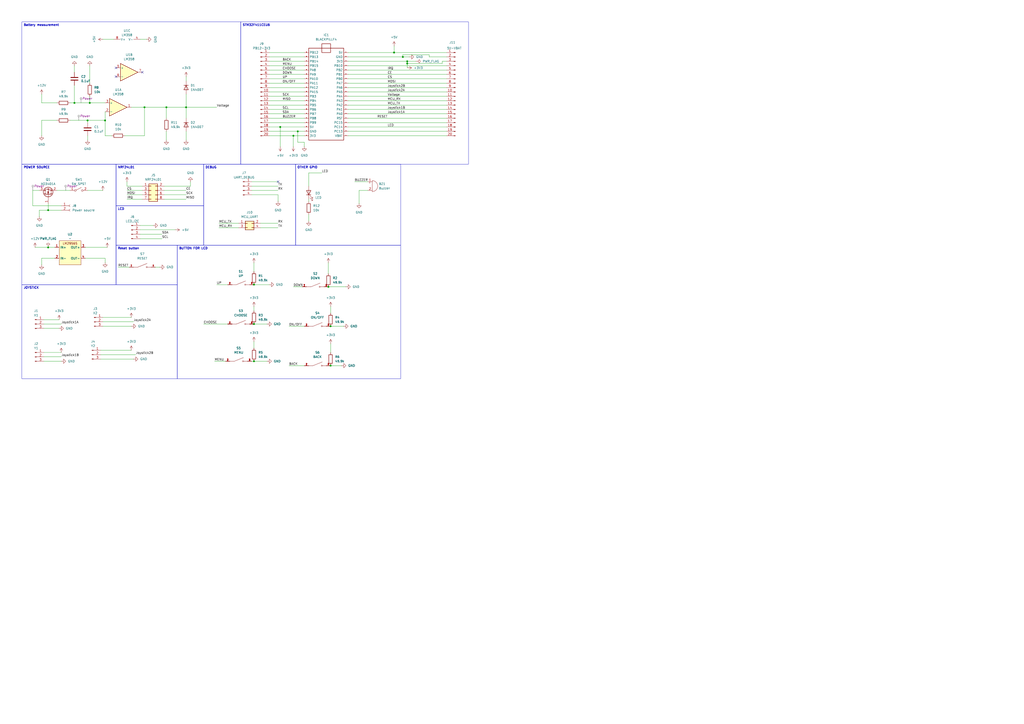
<source format=kicad_sch>
(kicad_sch (version 20231120) (generator "eeschema") (generator_version "8.0")
  (paper "A2")
  (junction (at 162.56 73.66))
  (junction (at 43.18 59.69))
  (junction (at 147.32 187.96))
  (junction (at 191.77 189.23))
  (junction (at 60.96 69.85))
  (junction (at 52.07 59.69))
  (junction (at 83.82 62.23))
  (junction (at 107.95 62.23))
  (junction (at 27.94 121.92))
  (junction (at 50.8 69.85))
  (junction (at 96.52 62.23))
  (junction (at 172.72 76.2))
  (junction (at 190.5 166.37))
  (junction (at 170.18 78.74))
  (junction (at 233.68 33.02))
  (junction (at 236.22 36.83))
  (junction (at 228.6 30.48))
  (junction (at 236.22 35.56))
  (junction (at 191.77 212.09))
  (junction (at 147.32 165.1))
  (junction (at 27.94 143.51))
  (junction (at 147.32 209.55))
  (no_connect (at 67.31 39.37))
  (no_connect (at 67.31 44.45))
  (no_connect (at 161.29 105.41))
  (no_connect (at 82.55 41.91))
  (wire (pts (xy 156.21 30.48) (xy 176.53 30.48)))
  (wire (pts (xy 201.93 71.12) (xy 259.08 71.12)))
  (wire (pts (xy 256.54 35.56) (xy 256.54 36.83)))
  (wire (pts (xy 146.05 110.49) (xy 161.29 110.49)))
  (wire (pts (xy 201.93 30.48) (xy 228.6 30.48)))
  (wire (pts (xy 233.68 31.75) (xy 233.68 33.02)))
  (wire (pts (xy 162.56 73.66) (xy 162.56 85.09)))
  (wire (pts (xy 27.94 143.51) (xy 31.75 143.51)))
  (wire (pts (xy 156.21 35.56) (xy 176.53 35.56)))
  (wire (pts (xy 25.4 185.42) (xy 34.29 185.42)))
  (wire (pts (xy 19.05 110.49) (xy 22.86 110.49)))
  (wire (pts (xy 127 129.54) (xy 138.43 129.54)))
  (wire (pts (xy 147.32 209.55) (xy 154.94 209.55)))
  (wire (pts (xy 25.4 207.01) (xy 35.56 207.01)))
  (wire (pts (xy 228.6 26.67) (xy 228.6 30.48)))
  (wire (pts (xy 33.02 110.49) (xy 40.64 110.49)))
  (wire (pts (xy 191.77 212.09) (xy 198.12 212.09)))
  (wire (pts (xy 201.93 76.2) (xy 259.08 76.2)))
  (wire (pts (xy 59.69 186.69) (xy 77.47 186.69)))
  (wire (pts (xy 201.93 33.02) (xy 233.68 33.02)))
  (wire (pts (xy 156.21 165.1) (xy 147.32 165.1)))
  (wire (pts (xy 25.4 190.5) (xy 34.29 190.5)))
  (wire (pts (xy 191.77 189.23) (xy 199.39 189.23)))
  (wire (pts (xy 208.28 110.49) (xy 208.28 118.11)))
  (wire (pts (xy 156.21 43.18) (xy 176.53 43.18)))
  (wire (pts (xy 156.21 33.02) (xy 176.53 33.02)))
  (wire (pts (xy 73.66 115.57) (xy 82.55 115.57)))
  (wire (pts (xy 162.56 73.66) (xy 176.53 73.66)))
  (wire (pts (xy 25.4 209.55) (xy 35.56 209.55)))
  (wire (pts (xy 52.07 38.1) (xy 52.07 48.26)))
  (wire (pts (xy 82.55 107.95) (xy 73.66 107.95)))
  (wire (pts (xy 201.93 43.18) (xy 259.08 43.18)))
  (wire (pts (xy 201.93 78.74) (xy 259.08 78.74)))
  (wire (pts (xy 236.22 39.37) (xy 236.22 36.83)))
  (wire (pts (xy 201.93 63.5) (xy 259.08 63.5)))
  (wire (pts (xy 27.94 118.11) (xy 27.94 121.92)))
  (wire (pts (xy 83.82 62.23) (xy 96.52 62.23)))
  (wire (pts (xy 24.13 149.86) (xy 24.13 153.67)))
  (wire (pts (xy 73.66 113.03) (xy 82.55 113.03)))
  (wire (pts (xy 156.21 45.72) (xy 176.53 45.72)))
  (wire (pts (xy 95.25 110.49) (xy 107.95 110.49)))
  (wire (pts (xy 233.68 33.02) (xy 237.49 33.02)))
  (wire (pts (xy 201.93 55.88) (xy 259.08 55.88)))
  (wire (pts (xy 52.07 55.88) (xy 52.07 59.69)))
  (wire (pts (xy 107.95 44.45) (xy 107.95 46.99)))
  (wire (pts (xy 201.93 66.04) (xy 259.08 66.04)))
  (wire (pts (xy 156.21 78.74) (xy 170.18 78.74)))
  (wire (pts (xy 81.28 135.89) (xy 93.98 135.89)))
  (wire (pts (xy 81.28 22.86) (xy 85.09 22.86)))
  (wire (pts (xy 156.21 68.58) (xy 176.53 68.58)))
  (wire (pts (xy 172.72 76.2) (xy 176.53 76.2)))
  (wire (pts (xy 25.4 187.96) (xy 35.56 187.96)))
  (wire (pts (xy 147.32 152.4) (xy 147.32 157.48)))
  (wire (pts (xy 107.95 62.23) (xy 125.73 62.23)))
  (wire (pts (xy 200.66 166.37) (xy 190.5 166.37)))
  (wire (pts (xy 170.18 166.37) (xy 175.26 166.37)))
  (wire (pts (xy 50.8 78.74) (xy 50.8 81.28)))
  (wire (pts (xy 151.13 129.54) (xy 161.29 129.54)))
  (wire (pts (xy 170.18 78.74) (xy 170.18 85.09)))
  (wire (pts (xy 191.77 177.8) (xy 191.77 181.61)))
  (wire (pts (xy 146.05 113.03) (xy 161.29 113.03)))
  (wire (pts (xy 167.64 189.23) (xy 176.53 189.23)))
  (wire (pts (xy 24.13 54.61) (xy 24.13 59.69)))
  (wire (pts (xy 228.6 30.48) (xy 259.08 30.48)))
  (wire (pts (xy 156.21 50.8) (xy 176.53 50.8)))
  (wire (pts (xy 95.25 115.57) (xy 107.95 115.57)))
  (wire (pts (xy 179.07 107.95) (xy 179.07 100.33)))
  (wire (pts (xy 19.05 110.49) (xy 19.05 119.38)))
  (wire (pts (xy 24.13 59.69) (xy 33.02 59.69)))
  (wire (pts (xy 156.21 63.5) (xy 176.53 63.5)))
  (wire (pts (xy 64.77 78.74) (xy 60.96 78.74)))
  (wire (pts (xy 201.93 53.34) (xy 259.08 53.34)))
  (wire (pts (xy 156.21 58.42) (xy 176.53 58.42)))
  (wire (pts (xy 156.21 48.26) (xy 176.53 48.26)))
  (wire (pts (xy 201.93 73.66) (xy 259.08 73.66)))
  (wire (pts (xy 96.52 62.23) (xy 96.52 68.58)))
  (wire (pts (xy 95.25 113.03) (xy 107.95 113.03)))
  (wire (pts (xy 201.93 45.72) (xy 259.08 45.72)))
  (wire (pts (xy 50.8 69.85) (xy 60.96 69.85)))
  (wire (pts (xy 201.93 68.58) (xy 259.08 68.58)))
  (wire (pts (xy 19.05 119.38) (xy 35.56 119.38)))
  (wire (pts (xy 31.75 149.86) (xy 24.13 149.86)))
  (wire (pts (xy 24.13 69.85) (xy 33.02 69.85)))
  (wire (pts (xy 107.95 54.61) (xy 107.95 62.23)))
  (wire (pts (xy 156.21 38.1) (xy 176.53 38.1)))
  (wire (pts (xy 259.08 33.02) (xy 248.92 33.02)))
  (wire (pts (xy 59.69 189.23) (xy 76.2 189.23)))
  (wire (pts (xy 241.3 35.56) (xy 236.22 35.56)))
  (wire (pts (xy 58.42 203.2) (xy 76.2 203.2)))
  (wire (pts (xy 40.64 69.85) (xy 50.8 69.85)))
  (wire (pts (xy 68.58 154.94) (xy 74.93 154.94)))
  (wire (pts (xy 95.25 107.95) (xy 110.49 107.95)))
  (wire (pts (xy 156.21 53.34) (xy 176.53 53.34)))
  (wire (pts (xy 60.96 69.85) (xy 60.96 78.74)))
  (wire (pts (xy 156.21 40.64) (xy 176.53 40.64)))
  (wire (pts (xy 58.42 208.28) (xy 77.47 208.28)))
  (wire (pts (xy 50.8 69.85) (xy 50.8 71.12)))
  (wire (pts (xy 22.86 121.92) (xy 27.94 121.92)))
  (wire (pts (xy 110.49 107.95) (xy 110.49 105.41)))
  (wire (pts (xy 73.66 110.49) (xy 82.55 110.49)))
  (wire (pts (xy 256.54 36.83) (xy 236.22 36.83)))
  (wire (pts (xy 81.28 130.81) (xy 88.9 130.81)))
  (wire (pts (xy 40.64 59.69) (xy 43.18 59.69)))
  (wire (pts (xy 156.21 66.04) (xy 176.53 66.04)))
  (wire (pts (xy 161.29 113.03) (xy 161.29 116.84)))
  (wire (pts (xy 190.5 152.4) (xy 190.5 158.75)))
  (wire (pts (xy 201.93 40.64) (xy 259.08 40.64)))
  (wire (pts (xy 146.05 209.55) (xy 147.32 209.55)))
  (wire (pts (xy 191.77 199.39) (xy 191.77 204.47)))
  (wire (pts (xy 22.86 121.92) (xy 22.86 125.73)))
  (wire (pts (xy 52.07 59.69) (xy 60.96 59.69)))
  (wire (pts (xy 96.52 76.2) (xy 96.52 81.28)))
  (wire (pts (xy 179.07 124.46) (xy 179.07 128.27)))
  (wire (pts (xy 147.32 177.8) (xy 147.32 180.34)))
  (wire (pts (xy 27.94 121.92) (xy 35.56 121.92)))
  (wire (pts (xy 72.39 78.74) (xy 83.82 78.74)))
  (wire (pts (xy 248.92 33.02) (xy 248.92 31.75)))
  (wire (pts (xy 107.95 76.2) (xy 107.95 81.28)))
  (wire (pts (xy 25.4 204.47) (xy 35.56 204.47)))
  (wire (pts (xy 92.71 154.94) (xy 90.17 154.94)))
  (wire (pts (xy 58.42 205.74) (xy 78.74 205.74)))
  (wire (pts (xy 43.18 38.1) (xy 43.18 41.91)))
  (wire (pts (xy 127 132.08) (xy 138.43 132.08)))
  (wire (pts (xy 43.18 49.53) (xy 43.18 59.69)))
  (wire (pts (xy 201.93 38.1) (xy 259.08 38.1)))
  (wire (pts (xy 170.18 78.74) (xy 176.53 78.74)))
  (wire (pts (xy 59.69 184.15) (xy 76.2 184.15)))
  (wire (pts (xy 49.53 143.51) (xy 62.23 143.51)))
  (wire (pts (xy 60.96 69.85) (xy 60.96 64.77)))
  (wire (pts (xy 248.92 31.75) (xy 233.68 31.75)))
  (wire (pts (xy 156.21 60.96) (xy 176.53 60.96)))
  (wire (pts (xy 118.11 187.96) (xy 132.08 187.96)))
  (wire (pts (xy 96.52 62.23) (xy 107.95 62.23)))
  (wire (pts (xy 179.07 115.57) (xy 179.07 116.84)))
  (wire (pts (xy 24.13 69.85) (xy 24.13 78.74)))
  (wire (pts (xy 201.93 35.56) (xy 236.22 35.56)))
  (wire (pts (xy 49.53 149.86) (xy 60.96 149.86)))
  (wire (pts (xy 43.18 59.69) (xy 52.07 59.69)))
  (wire (pts (xy 59.69 22.86) (xy 66.04 22.86)))
  (wire (pts (xy 156.21 55.88) (xy 176.53 55.88)))
  (wire (pts (xy 147.32 187.96) (xy 154.94 187.96)))
  (wire (pts (xy 156.21 71.12) (xy 176.53 71.12)))
  (wire (pts (xy 205.74 105.41) (xy 213.36 105.41)))
  (wire (pts (xy 124.46 209.55) (xy 130.81 209.55)))
  (wire (pts (xy 176.53 82.55) (xy 172.72 82.55)))
  (wire (pts (xy 167.64 212.09) (xy 176.53 212.09)))
  (wire (pts (xy 20.32 143.51) (xy 27.94 143.51)))
  (wire (pts (xy 146.05 107.95) (xy 161.29 107.95)))
  (wire (pts (xy 76.2 62.23) (xy 83.82 62.23)))
  (wire (pts (xy 60.96 149.86) (xy 60.96 152.4)))
  (wire (pts (xy 201.93 58.42) (xy 259.08 58.42)))
  (wire (pts (xy 81.28 133.35) (xy 101.6 133.35)))
  (wire (pts (xy 176.53 85.09) (xy 176.53 82.55)))
  (wire (pts (xy 83.82 62.23) (xy 83.82 78.74)))
  (wire (pts (xy 151.13 132.08) (xy 161.29 132.08)))
  (wire (pts (xy 201.93 50.8) (xy 259.08 50.8)))
  (wire (pts (xy 156.21 76.2) (xy 172.72 76.2)))
  (wire (pts (xy 156.21 73.66) (xy 162.56 73.66)))
  (wire (pts (xy 259.08 35.56) (xy 256.54 35.56)))
  (wire (pts (xy 107.95 62.23) (xy 107.95 68.58)))
  (wire (pts (xy 125.73 165.1) (xy 132.08 165.1)))
  (wire (pts (xy 201.93 48.26) (xy 259.08 48.26)))
  (wire (pts (xy 172.72 82.55) (xy 172.72 76.2)))
  (wire (pts (xy 146.05 105.41) (xy 161.29 105.41)))
  (wire (pts (xy 236.22 36.83) (xy 236.22 35.56)))
  (wire (pts (xy 73.66 105.41) (xy 73.66 107.95)))
  (wire (pts (xy 50.8 110.49) (xy 59.69 110.49)))
  (wire (pts (xy 201.93 60.96) (xy 259.08 60.96)))
  (wire (pts (xy 179.07 100.33) (xy 186.69 100.33)))
  (wire (pts (xy 147.32 198.12) (xy 147.32 201.93)))
  (wire (pts (xy 213.36 110.49) (xy 208.28 110.49)))
  (wire (pts (xy 81.28 138.43) (xy 93.98 138.43)))
  (text_box "NRF24L01" (at 67.31 95.25 0) (size 50.8 24.13) (effects (font (size 1.27 1.27) (thickness 0.254) (bold yes)) (justify left top)))
  (text_box "STM32F411CEU6" (at 139.7 12.7 0) (size 132.08 82.55) (effects (font (size 1.27 1.27) (thickness 0.254) (bold yes)) (justify left top)))
  (text_box "JOYSTICK" (at 12.7 165.1 0) (size 90.17 54.61) (effects (font (size 1.27 1.27) (thickness 0.254) (bold yes)) (justify left top)))
  (text_box "Battery measurement" (at 12.7 12.7 0) (size 127 82.55) (effects (font (size 1.27 1.27) (thickness 0.254) (bold yes)) (justify left top)))
  (text_box "DEBUG" (at 118.11 95.25 0) (size 53.34 46.99) (effects (font (size 1.27 1.27) (thickness 0.254) (bold yes)) (justify left top)))
  (text_box "LCD" (at 67.31 119.38 0) (size 50.8 22.86) (effects (font (size 1.27 1.27) (thickness 0.254) (bold yes)) (justify left top)))
  (text_box "BUTTON FOR LCD" (at 102.87 142.24 0) (size 129.54 77.47) (effects (font (size 1.27 1.27) (thickness 0.254) (bold yes)) (justify left top)))
  (text_box "Reset button\n" (at 67.31 142.24 0) (size 35.56 22.86) (effects (font (size 1.27 1.27) (thickness 0.254) (bold yes)) (justify left top)))
  (text_box "POWER SOURCE" (at 12.7 95.25 0) (size 54.61 69.85) (effects (font (size 1.27 1.27) (thickness 0.254) (bold yes)) (justify left top)))
  (text_box "OTHER GPIO" (at 171.45 95.25 0) (size 60.96 46.99) (effects (font (size 1.27 1.27) (thickness 0.254) (bold yes)) (justify left top)))
  (label "SCK" (at 163.83 55.88 0))
  (label "SCL" (at 93.98 138.43 0))
  (label "SCK" (at 107.95 113.03 0))
  (label "MISO" (at 107.95 115.57 0))
  (label "IRQ" (at 73.66 115.57 0))
  (label "SDA" (at 93.98 135.89 0))
  (label "BACK" (at 163.83 35.56 0))
  (label "RX" (at 161.29 129.54 0))
  (label "CE" (at 107.95 110.49 0))
  (label "MOSI" (at 224.79 48.26 0))
  (label "ON{slash}OFF" (at 167.64 189.23 0))
  (label "SCL" (at 163.83 63.5 0))
  (label "Joystick2B" (at 78.74 205.74 0))
  (label "CS" (at 224.79 45.72 0))
  (label "DOWN" (at 163.83 43.18 0))
  (label "BUZZER" (at 205.74 105.41 0))
  (label "BUZZER" (at 163.83 68.58 0))
  (label "RX" (at 161.29 110.49 0))
  (label "Joystick1B" (at 35.56 207.01 0))
  (label "LED" (at 224.79 73.66 0))
  (label "TX" (at 161.29 107.95 0))
  (label "IRQ" (at 224.79 40.64 0))
  (label "CE" (at 224.79 43.18 0))
  (label "TX" (at 161.29 132.08 0))
  (label "Joystick2B" (at 224.79 50.8 0))
  (label "CHOOSE" (at 118.11 187.96 0))
  (label "RESET" (at 68.58 154.94 0))
  (label "Joystick2A" (at 77.47 186.69 0))
  (label "Voltage" (at 125.73 62.23 0))
  (label "MENU" (at 124.46 209.55 0))
  (label "MENU" (at 163.83 38.1 0))
  (label "MISO" (at 163.83 58.42 0))
  (label "RESET" (at 224.79 68.58 180))
  (label "Joystick1B" (at 224.79 63.5 0))
  (label "UP" (at 163.83 45.72 0))
  (label "ON{slash}OFF" (at 163.83 48.26 0))
  (label "Joystick2A" (at 224.79 53.34 0))
  (label "LED" (at 186.69 100.33 0))
  (label "BACK" (at 167.64 212.09 0))
  (label "MCU_TX" (at 127 129.54 0))
  (label "MCU_RX" (at 224.79 58.42 0))
  (label "CS" (at 73.66 110.49 0))
  (label "MCU_RX" (at 127 132.08 0))
  (label "DOWN" (at 170.18 166.37 0))
  (label "CHOOSE" (at 163.83 40.64 0))
  (label "MCU_TX" (at 224.79 60.96 0))
  (label "MOSI" (at 73.66 113.03 0))
  (label "Voltage" (at 224.79 55.88 0))
  (label "UP" (at 125.73 165.1 0))
  (label "SDA" (at 163.83 66.04 0))
  (label "Joystick1A" (at 224.79 66.04 0))
  (label "Joystick1A" (at 35.56 187.96 0))
  (netclass_flag "" (length 2.54) (shape round) (at 38.1 110.49 0) (property "Netclass" "Power" (at 38.7985 107.95 0) (effects (font (italic yes)) (justify left))))
  (netclass_flag "" (length 2.54) (shape round) (at 46.99 59.69 0) (property "Netclass" "Power" (at 47.6885 57.15 0) (effects (font (italic yes)) (justify left))))
  (netclass_flag "" (length 2.54) (shape round) (at 45.72 69.85 0) (property "Netclass" "Power" (at 46.4185 67.31 0) (effects (font (italic yes)) (justify left))))
  (netclass_flag "" (length 2.54) (shape round) (at 19.05 110.49 0) (property "Netclass" "Power" (at 19.7485 107.95 0) (effects (font (italic yes)) (justify left))))
  (symbol (lib_id "power:+3V3") (at 34.29 185.42 0) (unit 1)
    (property "Reference" "#PWR018" (effects (hide yes)))
    (property "Value" "+3V3" (at 34.29 180.34 0))
    (property "Description" "Power symbol creates a global label with name \"+3V3\"" (effects (hide yes)))
  )
  (symbol (lib_id "power:GND") (at 77.47 208.28 90) (unit 1)
    (property "Reference" "#PWR023" (effects (hide yes)))
    (property "Value" "GND" (at 81.28 208.2799 90) (effects (justify right)))
    (property "Description" "Power symbol creates a global label with name \"GND\" , ground" (effects (hide yes)))
  )
  (symbol (lib_id "power:GND") (at 43.18 38.1 180) (unit 1)
    (property "Reference" "#PWR044" (effects (hide yes)))
    (property "Value" "GND" (at 43.18 33.02 0))
    (property "Description" "Power symbol creates a global label with name \"GND\" , ground" (effects (hide yes)))
  )
  (symbol (lib_id "Connector:Conn_01x04_Pin") (at 140.97 107.95 0) (unit 1)
    (property "Reference" "J7" (at 141.605 100.33 0))
    (property "Value" "UART_DEBUG" (at 141.605 102.87 0))
    (property "Footprint" "Connector_PinHeader_2.54mm:PinHeader_1x04_P2.54mm_Vertical" (effects (hide yes)))
    (property "Description" "Generic connector, single row, 01x04, script generated" (effects (hide yes)))
  )
  (symbol (lib_id "Device:R") (at 36.83 59.69 90) (unit 1)
    (property "Reference" "R7" (at 36.83 53.34 90))
    (property "Value" "49.9k" (at 36.83 55.88 90))
    (property "Footprint" "Resistor_SMD:R_0805_2012Metric_Pad1.20x1.40mm_HandSolder" (effects (hide yes)))
    (property "Description" "Resistor" (effects (hide yes)))
  )
  (symbol (lib_id "power:+5V") (at 162.56 85.09 180) (unit 1)
    (property "Reference" "#PWR048" (effects (hide yes)))
    (property "Value" "+5V" (at 162.56 90.17 0))
    (property "Description" "Power symbol creates a global label with name \"+5V\"" (effects (hide yes)))
  )
  (symbol (lib_id "power:PWR_FLAG") (at 27.94 143.51 0) (unit 1)
    (property "Reference" "#FLG01" (effects (hide yes)))
    (property "Value" "PWR_FLAG" (at 27.94 138.43 0))
    (property "Description" "Special symbol for telling ERC where power comes from" (effects (hide yes)))
  )
  (symbol (lib_id "power:+5V") (at 59.69 22.86 90) (unit 1)
    (property "Reference" "#PWR041" (effects (hide yes)))
    (property "Value" "+5V" (at 54.61 22.86 0))
    (property "Description" "Power symbol creates a global label with name \"+5V\"" (effects (hide yes)))
  )
  (symbol (lib_id "Amplifier_Operational:LM358") (at 68.58 62.23 0) (unit 1)
    (property "Reference" "U1" (at 68.58 52.07 0))
    (property "Value" "LM358" (at 68.58 54.61 0))
    (property "Footprint" "Package_DIP:DIP-8_W7.62mm_Socket" (effects (hide yes)))
    (property "Datasheet" "http://www.ti.com/lit/ds/symlink/lm2904-n.pdf" (effects (hide yes)))
    (property "Description" "Low-Power, Dual Operational Amplifiers, DIP-8/SOIC-8/TO-99-8" (effects (hide yes)))
  )
  (symbol (lib_id "Device:LED") (at 179.07 111.76 90) (unit 1)
    (property "Reference" "D3" (at 182.88 112.0774 90) (effects (justify right)))
    (property "Value" "LED" (at 182.88 114.6174 90) (effects (justify right)))
    (property "Footprint" "LED_THT:LED_D3.0mm" (effects (hide yes)))
    (property "Description" "Light emitting diode" (effects (hide yes)))
  )
  (symbol (lib_id "power:GND") (at 52.07 38.1 180) (unit 1)
    (property "Reference" "#PWR043" (effects (hide yes)))
    (property "Value" "GND" (at 52.07 33.02 0))
    (property "Description" "Power symbol creates a global label with name \"GND\" , ground" (effects (hide yes)))
  )
  (symbol (lib_id "Connector:Conn_01x20_Pin") (at 264.16 53.34 0) (mirror y) (unit 1)
    (property "Reference" "J11" (at 262.382 24.638 0))
    (property "Value" "5V-VBAT" (at 263.525 27.94 0))
    (property "Footprint" "Connector_PinHeader_2.54mm:PinHeader_1x20_P2.54mm_Vertical" (effects (hide yes)))
    (property "Description" "Generic connector, single row, 01x20, script generated" (effects (hide yes)))
  )
  (symbol (lib_id "power:GND") (at 96.52 81.28 0) (unit 1)
    (property "Reference" "#PWR045" (effects (hide yes)))
    (property "Value" "GND" (at 96.52 86.36 0))
    (property "Description" "Power symbol creates a global label with name \"GND\" , ground" (effects (hide yes)))
  )
  (symbol (lib_id "power:GND") (at 156.21 165.1 90) (unit 1)
    (property "Reference" "#PWR032" (effects (hide yes)))
    (property "Value" "GND" (at 160.02 165.0999 90) (effects (justify right)))
    (property "Description" "Power symbol creates a global label with name \"GND\" , ground" (effects (hide yes)))
  )
  (symbol (lib_id "Device:Buzzer") (at 215.9 107.95 0) (unit 1)
    (property "Reference" "BZ1" (at 219.71 106.6799 0) (effects (justify left)))
    (property "Value" "Buzzer" (at 219.71 109.2199 0) (effects (justify left)))
    (property "Footprint" "Buzzer_Beeper:Buzzer_12x9.5RM7.6" (effects (hide yes)))
    (property "Description" "Buzzer, polarized" (effects (hide yes)))
  )
  (symbol (lib_id "B3F-4055:B3F-4055") (at 82.55 154.94 0) (unit 1)
    (property "Reference" "S7" (at 82.55 147.32 0))
    (property "Value" "RESET" (at 82.55 149.86 0))
    (property "Footprint" "B3F-4055:SW_B3F-4055" (effects (hide yes)))
    (property "MF" "Omron Electronics" (effects (hide yes)))
    (property "MAXIMUM_PACKAGE_HEIGHT" "7.5 mm" (effects (hide yes)))
    (property "Package" "None" (effects (hide yes)))
    (property "Price" "None" (effects (hide yes)))
    (property "Check_prices" "https://www.snapeda.com/parts/B3F-4055/Omron/view-part/?ref=eda" (effects (hide yes)))
    (property "STANDARD" "Manufacturer Recommendations" (effects (hide yes)))
    (property "PARTREV" "A070-E1-08" (effects (hide yes)))
    (property "SnapEDA_Link" "https://www.snapeda.com/parts/B3F-4055/Omron/view-part/?ref=snap" (effects (hide yes)))
    (property "MP" "B3F-4055" (effects (hide yes)))
    (property "Description_1" "\n                        \n                            Switch, Tactile, STD, Projected Plunger, High Force, 260G, Without Ground Term. | Omron Electronic Components B3F-4055\n                        \n" (effects (hide yes)))
    (property "Availability" "In Stock" (effects (hide yes)))
    (property "MANUFACTURER" "Omron Electronics" (effects (hide yes)))
  )
  (symbol (lib_id "power:GND") (at 154.94 209.55 90) (unit 1)
    (property "Reference" "#PWR034" (effects (hide yes)))
    (property "Value" "GND" (at 158.75 209.5499 90) (effects (justify right)))
    (property "Description" "Power symbol creates a global label with name \"GND\" , ground" (effects (hide yes)))
  )
  (symbol (lib_id "power:+12V") (at 59.69 110.49 0) (unit 1)
    (property "Reference" "#PWR07" (effects (hide yes)))
    (property "Value" "+12V" (at 59.69 105.41 0))
    (property "Description" "Power symbol creates a global label with name \"+12V\"" (effects (hide yes)))
  )
  (symbol (lib_id "power:GND") (at 24.13 153.67 0) (unit 1)
    (property "Reference" "#PWR02" (effects (hide yes)))
    (property "Value" "GND" (at 24.13 158.75 0))
    (property "Description" "Power symbol creates a global label with name \"GND\" , ground" (effects (hide yes)))
  )
  (symbol (lib_id "Connector:Conn_01x02_Socket") (at 40.64 119.38 0) (unit 1)
    (property "Reference" "J8" (at 41.91 119.3799 0) (effects (justify left)))
    (property "Value" "Power soucre" (at 41.91 121.9199 0) (effects (justify left)))
    (property "Footprint" "Connector_Samtec_HPM_THT:Samtec_HPM-02-01-x-S_Straight_1x02_Pitch5.08mm" (effects (hide yes)))
    (property "Description" "Generic connector, single row, 01x02, script generated" (effects (hide yes)))
  )
  (symbol (lib_id "Device:R") (at 179.07 120.65 180) (unit 1)
    (property "Reference" "R12" (at 181.61 119.3799 0) (effects (justify right)))
    (property "Value" "10k" (at 181.61 121.9199 0) (effects (justify right)))
    (property "Footprint" "Resistor_SMD:R_0805_2012Metric_Pad1.20x1.40mm_HandSolder" (effects (hide yes)))
    (property "Description" "Resistor" (effects (hide yes)))
  )
  (symbol (lib_id "B3F-4055:B3F-4055") (at 139.7 165.1 0) (unit 1)
    (property "Reference" "S1" (at 139.7 157.48 0))
    (property "Value" "UP" (at 139.7 160.02 0))
    (property "Footprint" "B3F-4055:SW_B3F-4055" (effects (hide yes)))
    (property "MF" "Omron Electronics" (effects (hide yes)))
    (property "MAXIMUM_PACKAGE_HEIGHT" "7.5 mm" (effects (hide yes)))
    (property "Package" "None" (effects (hide yes)))
    (property "Price" "None" (effects (hide yes)))
    (property "Check_prices" "https://www.snapeda.com/parts/B3F-4055/Omron/view-part/?ref=eda" (effects (hide yes)))
    (property "STANDARD" "Manufacturer Recommendations" (effects (hide yes)))
    (property "PARTREV" "A070-E1-08" (effects (hide yes)))
    (property "SnapEDA_Link" "https://www.snapeda.com/parts/B3F-4055/Omron/view-part/?ref=snap" (effects (hide yes)))
    (property "MP" "B3F-4055" (effects (hide yes)))
    (property "Description_1" "\n                        \n                            Switch, Tactile, STD, Projected Plunger, High Force, 260G, Without Ground Term. | Omron Electronic Components B3F-4055\n                        \n" (effects (hide yes)))
    (property "Availability" "In Stock" (effects (hide yes)))
    (property "MANUFACTURER" "Omron Electronics" (effects (hide yes)))
  )
  (symbol (lib_id "power:GND") (at 237.49 33.02 90) (unit 1)
    (property "Reference" "#PWR06" (effects (hide yes)))
    (property "Value" "GND" (at 241.3 33.0199 90) (effects (justify right)))
    (property "Description" "Power symbol creates a global label with name \"GND\" , ground" (effects (hide yes)))
  )
  (symbol (lib_id "Diode:1N4007") (at 107.95 72.39 270) (unit 1)
    (property "Reference" "D2" (at 110.49 71.1199 90) (effects (justify left)))
    (property "Value" "1N4007" (at 110.49 73.6599 90) (effects (justify left)))
    (property "Footprint" "Diode_THT:D_DO-41_SOD81_P10.16mm_Horizontal" (effects (hide yes)))
    (property "Datasheet" "http://www.vishay.com/docs/88503/1n4001.pdf" (effects (hide yes)))
    (property "Description" "1000V 1A General Purpose Rectifier Diode, DO-41" (effects (hide yes)))
    (property "Sim.Device" "D" (effects (hide yes)))
    (property "Sim.Pins" "1=K 2=A" (effects (hide yes)))
  )
  (symbol (lib_id "power:+3V3") (at 35.56 204.47 0) (unit 1)
    (property "Reference" "#PWR016" (effects (hide yes)))
    (property "Value" "+3V3" (at 35.56 199.39 0))
    (property "Description" "Power symbol creates a global label with name \"+3V3\"" (effects (hide yes)))
  )
  (symbol (lib_id "Device:R") (at 52.07 52.07 180) (unit 1)
    (property "Reference" "R8" (at 54.61 50.7999 0) (effects (justify right)))
    (property "Value" "10k" (at 54.61 53.3399 0) (effects (justify right)))
    (property "Footprint" "Resistor_SMD:R_0805_2012Metric_Pad1.20x1.40mm_HandSolder" (effects (hide yes)))
    (property "Description" "Resistor" (effects (hide yes)))
  )
  (symbol (lib_id "power:GND") (at 24.13 78.74 0) (unit 1)
    (property "Reference" "#PWR040" (effects (hide yes)))
    (property "Value" "GND" (at 24.13 83.82 0))
    (property "Description" "Power symbol creates a global label with name \"GND\" , ground" (effects (hide yes)))
  )
  (symbol (lib_id "Device:C") (at 50.8 74.93 0) (unit 1)
    (property "Reference" "C1" (at 54.61 73.6599 0) (effects (justify left)))
    (property "Value" "0.1uF" (at 54.61 76.1999 0) (effects (justify left)))
    (property "Footprint" "Capacitor_SMD:C_0805_2012Metric_Pad1.18x1.45mm_HandSolder" (effects (hide yes)))
    (property "Description" "Unpolarized capacitor" (effects (hide yes)))
  )
  (symbol (lib_id "power:GND") (at 85.09 22.86 90) (unit 1)
    (property "Reference" "#PWR042" (effects (hide yes)))
    (property "Value" "GND" (at 90.17 22.86 0))
    (property "Description" "Power symbol creates a global label with name \"GND\" , ground" (effects (hide yes)))
  )
  (symbol (lib_id "Diode:1N4007") (at 107.95 50.8 270) (unit 1)
    (property "Reference" "D1" (at 110.49 49.5299 90) (effects (justify left)))
    (property "Value" "1N4007" (at 110.49 52.0699 90) (effects (justify left)))
    (property "Footprint" "Diode_THT:D_DO-41_SOD81_P10.16mm_Horizontal" (effects (hide yes)))
    (property "Datasheet" "http://www.vishay.com/docs/88503/1n4001.pdf" (effects (hide yes)))
    (property "Description" "1000V 1A General Purpose Rectifier Diode, DO-41" (effects (hide yes)))
    (property "Sim.Device" "D" (effects (hide yes)))
    (property "Sim.Pins" "1=K 2=A" (effects (hide yes)))
  )
  (symbol (lib_id "Device:R") (at 147.32 161.29 0) (unit 1)
    (property "Reference" "R1" (at 149.86 160.0199 0) (effects (justify left)))
    (property "Value" "49.9k" (at 149.86 162.5599 0) (effects (justify left)))
    (property "Footprint" "Resistor_SMD:R_0805_2012Metric_Pad1.20x1.40mm_HandSolder" (effects (hide yes)))
    (property "Description" "Resistor" (effects (hide yes)))
  )
  (symbol (lib_id "power:GND") (at 76.2 189.23 90) (unit 1)
    (property "Reference" "#PWR021" (effects (hide yes)))
    (property "Value" "GND" (at 80.01 189.2299 90) (effects (justify right)))
    (property "Description" "Power symbol creates a global label with name \"GND\" , ground" (effects (hide yes)))
  )
  (symbol (lib_id "Device:C") (at 43.18 45.72 0) (unit 1)
    (property "Reference" "C2" (at 46.99 44.4499 0) (effects (justify left)))
    (property "Value" "0.1uF" (at 46.99 46.9899 0) (effects (justify left)))
    (property "Footprint" "Capacitor_SMD:C_0805_2012Metric_Pad1.18x1.45mm_HandSolder" (effects (hide yes)))
    (property "Description" "Unpolarized capacitor" (effects (hide yes)))
  )
  (symbol (lib_id "power:GND") (at 176.53 85.09 0) (unit 1)
    (property "Reference" "#PWR050" (effects (hide yes)))
    (property "Value" "GND" (at 176.53 90.17 0))
    (property "Description" "Power symbol creates a global label with name \"GND\" , ground" (effects (hide yes)))
  )
  (symbol (lib_id "Device:R") (at 36.83 69.85 90) (unit 1)
    (property "Reference" "R9" (at 36.83 63.5 90))
    (property "Value" "49.9k" (at 36.83 66.04 90))
    (property "Footprint" "Resistor_SMD:R_0805_2012Metric_Pad1.20x1.40mm_HandSolder" (effects (hide yes)))
    (property "Description" "Resistor" (effects (hide yes)))
  )
  (symbol (lib_id "power:GND") (at 50.8 81.28 0) (unit 1)
    (property "Reference" "#PWR038" (effects (hide yes)))
    (property "Value" "GND" (at 50.8 86.36 0))
    (property "Description" "Power symbol creates a global label with name \"GND\" , ground" (effects (hide yes)))
  )
  (symbol (lib_id "Connector:Conn_01x20_Pin") (at 151.13 53.34 0) (unit 1)
    (property "Reference" "J9" (at 151.765 25.4 0))
    (property "Value" "PB12-3V3" (at 151.765 27.94 0))
    (property "Footprint" "Connector_PinHeader_2.54mm:PinHeader_1x20_P2.54mm_Vertical" (effects (hide yes)))
    (property "Description" "Generic connector, single row, 01x20, script generated" (effects (hide yes)))
  )
  (symbol (lib_id "power:+3V3") (at 170.18 85.09 180) (unit 1)
    (property "Reference" "#PWR049" (effects (hide yes)))
    (property "Value" "+3V3" (at 170.18 90.17 0))
    (property "Description" "Power symbol creates a global label with name \"+3V3\"" (effects (hide yes)))
  )
  (symbol (lib_id "Connector:Conn_01x03_Pin") (at 53.34 205.74 0) (unit 1)
    (property "Reference" "J4" (at 53.975 198.12 0))
    (property "Value" "Y2" (at 53.975 200.66 0))
    (property "Footprint" "Connector_PinHeader_2.54mm:PinHeader_1x03_P2.54mm_Vertical" (effects (hide yes)))
    (property "Description" "Generic connector, single row, 01x03, script generated" (effects (hide yes)))
  )
  (symbol (lib_id "power:GND") (at 107.95 81.28 0) (unit 1)
    (property "Reference" "#PWR046" (effects (hide yes)))
    (property "Value" "GND" (at 107.95 86.36 0))
    (property "Description" "Power symbol creates a global label with name \"GND\" , ground" (effects (hide yes)))
  )
  (symbol (lib_id "power:+3V3") (at 107.95 44.45 0) (unit 1)
    (property "Reference" "#PWR047" (effects (hide yes)))
    (property "Value" "+3V3" (at 107.95 39.37 0))
    (property "Description" "Power symbol creates a global label with name \"+3V3\"" (effects (hide yes)))
  )
  (symbol (lib_id "B3F-4055:B3F-4055") (at 184.15 212.09 0) (unit 1)
    (property "Reference" "S6" (at 184.15 204.47 0))
    (property "Value" "BACK" (at 184.15 207.01 0))
    (property "Footprint" "B3F-4055:SW_B3F-4055" (effects (hide yes)))
    (property "MF" "Omron Electronics" (effects (hide yes)))
    (property "MAXIMUM_PACKAGE_HEIGHT" "7.5 mm" (effects (hide yes)))
    (property "Package" "None" (effects (hide yes)))
    (property "Price" "None" (effects (hide yes)))
    (property "Check_prices" "https://www.snapeda.com/parts/B3F-4055/Omron/view-part/?ref=eda" (effects (hide yes)))
    (property "STANDARD" "Manufacturer Recommendations" (effects (hide yes)))
    (property "PARTREV" "A070-E1-08" (effects (hide yes)))
    (property "SnapEDA_Link" "https://www.snapeda.com/parts/B3F-4055/Omron/view-part/?ref=snap" (effects (hide yes)))
    (property "MP" "B3F-4055" (effects (hide yes)))
    (property "Description_1" "\n                        \n                            Switch, Tactile, STD, Projected Plunger, High Force, 260G, Without Ground Term. | Omron Electronic Components B3F-4055\n                        \n" (effects (hide yes)))
    (property "Availability" "In Stock" (effects (hide yes)))
    (property "MANUFACTURER" "Omron Electronics" (effects (hide yes)))
  )
  (symbol (lib_id "Connector:Conn_01x04_Pin") (at 76.2 133.35 0) (unit 1)
    (property "Reference" "J6" (at 76.835 125.73 0))
    (property "Value" "LCD_I2C" (at 76.835 128.27 0))
    (property "Footprint" "Connector_PinHeader_2.54mm:PinHeader_1x04_P2.54mm_Vertical" (effects (hide yes)))
    (property "Description" "Generic connector, single row, 01x04, script generated" (effects (hide yes)))
  )
  (symbol (lib_id "power:+3V3") (at 76.2 184.15 0) (unit 1)
    (property "Reference" "#PWR020" (effects (hide yes)))
    (property "Value" "+3V3" (at 76.2 179.07 0))
    (property "Description" "Power symbol creates a global label with name \"+3V3\"" (effects (hide yes)))
  )
  (symbol (lib_id "power:PWR_FLAG") (at 241.3 35.56 270) (unit 1)
    (property "Reference" "#FLG02" (effects (hide yes)))
    (property "Value" "PWR_FLAG" (at 245.11 35.5599 90) (effects (justify left)))
    (property "Description" "Special symbol for telling ERC where power comes from" (effects (hide yes)))
  )
  (symbol (lib_id "power:GND") (at 154.94 187.96 90) (unit 1)
    (property "Reference" "#PWR035" (effects (hide yes)))
    (property "Value" "GND" (at 158.75 187.9599 90) (effects (justify right)))
    (property "Description" "Power symbol creates a global label with name \"GND\" , ground" (effects (hide yes)))
  )
  (symbol (lib_id "power:GND") (at 22.86 125.73 0) (unit 1)
    (property "Reference" "#PWR08" (effects (hide yes)))
    (property "Value" "GND" (at 22.86 130.81 0))
    (property "Description" "Power symbol creates a global label with name \"GND\" , ground" (effects (hide yes)))
  )
  (symbol (lib_id "lm2596:LM2596_Module") (at 31.75 146.05 0) (unit 1)
    (property "Reference" "U2" (at 40.64 135.89 0))
    (property "Value" "~" (at 40.64 138.43 0))
    (property "Footprint" "lm2596_footprint:LM2596_Module" (effects (hide yes)))
  )
  (symbol (lib_id "Device:R") (at 147.32 184.15 0) (unit 1)
    (property "Reference" "R3" (at 149.86 182.8799 0) (effects (justify left)))
    (property "Value" "49.9k" (at 149.86 185.4199 0) (effects (justify left)))
    (property "Footprint" "Resistor_SMD:R_0805_2012Metric_Pad1.20x1.40mm_HandSolder" (effects (hide yes)))
    (property "Description" "Resistor" (effects (hide yes)))
  )
  (symbol (lib_id "power:+3V3") (at 236.22 39.37 270) (unit 1)
    (property "Reference" "#PWR011" (effects (hide yes)))
    (property "Value" "+3V3" (at 240.03 39.3699 90) (effects (justify left)))
    (property "Description" "Power symbol creates a global label with name \"+3V3\"" (effects (hide yes)))
  )
  (symbol (lib_id "power:GND") (at 198.12 212.09 90) (unit 1)
    (property "Reference" "#PWR036" (effects (hide yes)))
    (property "Value" "GND" (at 201.93 212.0899 90) (effects (justify right)))
    (property "Description" "Power symbol creates a global label with name \"GND\" , ground" (effects (hide yes)))
  )
  (symbol (lib_id "power:GND") (at 200.66 166.37 90) (unit 1)
    (property "Reference" "#PWR033" (effects (hide yes)))
    (property "Value" "GND" (at 204.47 166.3699 90) (effects (justify right)))
    (property "Description" "Power symbol creates a global label with name \"GND\" , ground" (effects (hide yes)))
  )
  (symbol (lib_id "Device:R") (at 147.32 205.74 0) (unit 1)
    (property "Reference" "R5" (at 149.86 204.4699 0) (effects (justify left)))
    (property "Value" "49.9k" (at 149.86 207.0099 0) (effects (justify left)))
    (property "Footprint" "Resistor_SMD:R_0805_2012Metric_Pad1.20x1.40mm_HandSolder" (effects (hide yes)))
    (property "Description" "Resistor" (effects (hide yes)))
  )
  (symbol (lib_id "Switch:SW_SPST") (at 45.72 110.49 0) (unit 1)
    (property "Reference" "SW1" (at 45.72 104.14 0))
    (property "Value" "SW_SPST" (at 45.72 106.68 0))
    (property "Footprint" "Switch_6A:Switch_6A_21x22x15custom" (effects (hide yes)))
    (property "Description" "Single Pole Single Throw (SPST) switch" (effects (hide yes)))
  )
  (symbol (lib_id "Connector_Generic:Conn_02x04_Odd_Even") (at 87.63 110.49 0) (unit 1)
    (property "Reference" "J5" (at 88.9 101.6 0))
    (property "Value" "NRF24L01" (at 88.9 104.14 0))
    (property "Footprint" "Connector_PinSocket_2.54mm:PinSocket_2x04_P2.54mm_Vertical" (effects (hide yes)))
    (property "Description" "Generic connector, double row, 02x04, odd/even pin numbering scheme (row 1 odd numbers, row 2 even numbers), script generated (kicad-library-utils/schlib/autogen/connector/)" (effects (hide yes)))
  )
  (symbol (lib_id "power:GND") (at 34.29 190.5 90) (unit 1)
    (property "Reference" "#PWR019" (effects (hide yes)))
    (property "Value" "GND" (at 38.1 190.4999 90) (effects (justify right)))
    (property "Description" "Power symbol creates a global label with name \"GND\" , ground" (effects (hide yes)))
  )
  (symbol (lib_id "power:+3V3") (at 147.32 198.12 0) (unit 1)
    (property "Reference" "#PWR028" (effects (hide yes)))
    (property "Value" "+3V3" (at 147.32 193.04 0))
    (property "Description" "Power symbol creates a global label with name \"+3V3\"" (effects (hide yes)))
  )
  (symbol (lib_id "Connector:Conn_01x03_Pin") (at 54.61 186.69 0) (unit 1)
    (property "Reference" "J3" (at 55.245 179.07 0))
    (property "Value" "X2" (at 55.245 181.61 0))
    (property "Footprint" "Connector_PinHeader_2.54mm:PinHeader_1x03_P2.54mm_Vertical" (effects (hide yes)))
    (property "Description" "Generic connector, single row, 01x03, script generated" (effects (hide yes)))
  )
  (symbol (lib_id "power:GND") (at 88.9 130.81 90) (unit 1)
    (property "Reference" "#PWR014" (effects (hide yes)))
    (property "Value" "GND" (at 92.71 130.8099 90) (effects (justify right)))
    (property "Description" "Power symbol creates a global label with name \"GND\" , ground" (effects (hide yes)))
  )
  (symbol (lib_id "Device:R") (at 68.58 78.74 90) (unit 1)
    (property "Reference" "R10" (at 68.58 72.39 90))
    (property "Value" "10k" (at 68.58 74.93 90))
    (property "Footprint" "Resistor_SMD:R_0805_2012Metric_Pad1.20x1.40mm_HandSolder" (effects (hide yes)))
    (property "Description" "Resistor" (effects (hide yes)))
  )
  (symbol (lib_id "power:+5V") (at 228.6 26.67 0) (unit 1)
    (property "Reference" "#PWR05" (effects (hide yes)))
    (property "Value" "+5V" (at 228.6 21.59 0))
    (property "Description" "Power symbol creates a global label with name \"+5V\"" (effects (hide yes)))
  )
  (symbol (lib_id "Device:R") (at 96.52 72.39 180) (unit 1)
    (property "Reference" "R11" (at 99.06 71.1199 0) (effects (justify right)))
    (property "Value" "49.9k" (at 99.06 73.6599 0) (effects (justify right)))
    (property "Footprint" "Resistor_SMD:R_0805_2012Metric_Pad1.20x1.40mm_HandSolder" (effects (hide yes)))
    (property "Description" "Resistor" (effects (hide yes)))
  )
  (symbol (lib_id "power:GND") (at 60.96 152.4 0) (unit 1)
    (property "Reference" "#PWR04" (effects (hide yes)))
    (property "Value" "GND" (at 60.96 157.48 0))
    (property "Description" "Power symbol creates a global label with name \"GND\" , ground" (effects (hide yes)))
  )
  (symbol (lib_id "power:+5V") (at 62.23 143.51 0) (unit 1)
    (property "Reference" "#PWR03" (effects (hide yes)))
    (property "Value" "+5V" (at 62.23 138.43 0))
    (property "Description" "Power symbol creates a global label with name \"+5V\"" (effects (hide yes)))
  )
  (symbol (lib_id "Device:R") (at 191.77 185.42 0) (unit 1)
    (property "Reference" "R4" (at 194.31 184.1499 0) (effects (justify left)))
    (property "Value" "49.9k" (at 194.31 186.6899 0) (effects (justify left)))
    (property "Footprint" "Resistor_SMD:R_0805_2012Metric_Pad1.20x1.40mm_HandSolder" (effects (hide yes)))
    (property "Description" "Resistor" (effects (hide yes)))
  )
  (symbol (lib_id "power:+3V3") (at 73.66 105.41 0) (unit 1)
    (property "Reference" "#PWR024" (effects (hide yes)))
    (property "Value" "+3V3" (at 73.66 100.33 0))
    (property "Description" "Power symbol creates a global label with name \"+3V3\"" (effects (hide yes)))
  )
  (symbol (lib_id "Amplifier_Operational:LM358") (at 73.66 20.32 90) (unit 3)
    (property "Reference" "U1" (at 73.66 17.78 90))
    (property "Value" "LM358" (at 73.66 20.32 90))
    (property "Footprint" "Package_DIP:DIP-8_W7.62mm_Socket" (effects (hide yes)))
    (property "Datasheet" "http://www.ti.com/lit/ds/symlink/lm2904-n.pdf" (effects (hide yes)))
    (property "Description" "Low-Power, Dual Operational Amplifiers, DIP-8/SOIC-8/TO-99-8" (effects (hide yes)))
  )
  (symbol (lib_id "power:+3V3") (at 191.77 177.8 0) (unit 1)
    (property "Reference" "#PWR030" (effects (hide yes)))
    (property "Value" "+3V3" (at 191.77 172.72 0))
    (property "Description" "Power symbol creates a global label with name \"+3V3\"" (effects (hide yes)))
  )
  (symbol (lib_id "power:GND") (at 110.49 105.41 180) (unit 1)
    (property "Reference" "#PWR025" (effects (hide yes)))
    (property "Value" "GND" (at 110.49 100.33 0))
    (property "Description" "Power symbol creates a global label with name \"GND\" , ground" (effects (hide yes)))
  )
  (symbol (lib_id "power:+3V3") (at 76.2 203.2 0) (unit 1)
    (property "Reference" "#PWR022" (effects (hide yes)))
    (property "Value" "+3V3" (at 76.2 198.12 0))
    (property "Description" "Power symbol creates a global label with name \"+3V3\"" (effects (hide yes)))
  )
  (symbol (lib_id "power:+3V3") (at 191.77 199.39 0) (unit 1)
    (property "Reference" "#PWR031" (effects (hide yes)))
    (property "Value" "+3V3" (at 191.77 194.31 0))
    (property "Description" "Power symbol creates a global label with name \"+3V3\"" (effects (hide yes)))
  )
  (symbol (lib_id "power:GND") (at 179.07 128.27 0) (unit 1)
    (property "Reference" "#PWR09" (effects (hide yes)))
    (property "Value" "GND" (at 179.07 133.35 0))
    (property "Description" "Power symbol creates a global label with name \"GND\" , ground" (effects (hide yes)))
  )
  (symbol (lib_id "power:GND") (at 35.56 209.55 90) (unit 1)
    (property "Reference" "#PWR017" (effects (hide yes)))
    (property "Value" "GND" (at 39.37 209.5499 90) (effects (justify right)))
    (property "Description" "Power symbol creates a global label with name \"GND\" , ground" (effects (hide yes)))
  )
  (symbol (lib_id "Connector:Conn_01x03_Pin") (at 20.32 187.96 0) (unit 1)
    (property "Reference" "J1" (at 20.955 180.34 0))
    (property "Value" "X1" (at 20.955 182.88 0))
    (property "Footprint" "Connector_PinHeader_2.54mm:PinHeader_1x03_P2.54mm_Vertical" (effects (hide yes)))
    (property "Description" "Generic connector, single row, 01x03, script generated" (effects (hide yes)))
  )
  (symbol (lib_id "B3F-4055:B3F-4055") (at 138.43 209.55 0) (unit 1)
    (property "Reference" "S5" (at 138.43 201.93 0))
    (property "Value" "MENU" (at 138.43 204.47 0))
    (property "Footprint" "B3F-4055:SW_B3F-4055" (effects (hide yes)))
    (property "MF" "Omron Electronics" (effects (hide yes)))
    (property "MAXIMUM_PACKAGE_HEIGHT" "7.5 mm" (effects (hide yes)))
    (property "Package" "None" (effects (hide yes)))
    (property "Price" "None" (effects (hide yes)))
    (property "Check_prices" "https://www.snapeda.com/parts/B3F-4055/Omron/view-part/?ref=eda" (effects (hide yes)))
    (property "STANDARD" "Manufacturer Recommendations" (effects (hide yes)))
    (property "PARTREV" "A070-E1-08" (effects (hide yes)))
    (property "SnapEDA_Link" "https://www.snapeda.com/parts/B3F-4055/Omron/view-part/?ref=snap" (effects (hide yes)))
    (property "MP" "B3F-4055" (effects (hide yes)))
    (property "Description_1" "\n                        \n                            Switch, Tactile, STD, Projected Plunger, High Force, 260G, Without Ground Term. | Omron Electronic Components B3F-4055\n                        \n" (effects (hide yes)))
    (property "Availability" "In Stock" (effects (hide yes)))
    (property "MANUFACTURER" "Omron Electronics" (effects (hide yes)))
  )
  (symbol (lib_id "EasyEDABlackPill:BLACKPILLF4") (at 189.23 53.34 0) (unit 1)
    (property "Reference" "IC1" (at 189.23 20.32 0))
    (property "Value" "BLACKPILLF4" (at 189.23 22.86 0))
    (property "Footprint" "EasyEDABlackpill:BLACKPILLF4" (effects (hide yes)))
    (property "Datasheet" "https://github.com/WeActTC/MiniF4-STM32F4x1" (effects (hide yes)))
    (property "Manufacturer Part" "BlackPill" (effects (hide yes)))
    (property "Manufacturer" "Weact" (effects (hide yes)))
    (property "Supplier Part" "STM32F411CEU6" (effects (hide yes)))
  )
  (symbol (lib_id "power:+5V") (at 101.6 133.35 270) (unit 1)
    (property "Reference" "#PWR013" (effects (hide yes)))
    (property "Value" "+5V" (at 105.41 133.3499 90) (effects (justify left)))
    (property "Description" "Power symbol creates a global label with name \"+5V\"" (effects (hide yes)))
  )
  (symbol (lib_id "Device:R") (at 190.5 162.56 0) (unit 1)
    (property "Reference" "R2" (at 193.04 161.2899 0) (effects (justify left)))
    (property "Value" "49.9k" (at 193.04 163.8299 0) (effects (justify left)))
    (property "Footprint" "Resistor_SMD:R_0805_2012Metric_Pad1.20x1.40mm_HandSolder" (effects (hide yes)))
    (property "Description" "Resistor" (effects (hide yes)))
  )
  (symbol (lib_id "power:+3V3") (at 190.5 152.4 0) (unit 1)
    (property "Reference" "#PWR027" (effects (hide yes)))
    (property "Value" "+3V3" (at 190.5 147.32 0))
    (property "Description" "Power symbol creates a global label with name \"+3V3\"" (effects (hide yes)))
  )
  (symbol (lib_id "power:GND") (at 161.29 116.84 0) (unit 1)
    (property "Reference" "#PWR015" (effects (hide yes)))
    (property "Value" "GND" (at 161.29 121.92 0))
    (property "Description" "Power symbol creates a global label with name \"GND\" , ground" (effects (hide yes)))
  )
  (symbol (lib_id "power:+3V3") (at 147.32 177.8 0) (unit 1)
    (property "Reference" "#PWR029" (effects (hide yes)))
    (property "Value" "+3V3" (at 147.32 172.72 0))
    (property "Description" "Power symbol creates a global label with name \"+3V3\"" (effects (hide yes)))
  )
  (symbol (lib_id "power:+3V3") (at 147.32 152.4 0) (unit 1)
    (property "Reference" "#PWR026" (effects (hide yes)))
    (property "Value" "+3V3" (at 147.32 147.32 0))
    (property "Description" "Power symbol creates a global label with name \"+3V3\"" (effects (hide yes)))
  )
  (symbol (lib_id "Connector_Generic:Conn_02x02_Odd_Even") (at 143.51 129.54 0) (unit 1)
    (property "Reference" "J10" (at 144.78 123.19 0))
    (property "Value" "MCU_UART" (at 144.78 125.73 0))
    (property "Footprint" "Connector_PinHeader_2.54mm:PinHeader_2x02_P2.54mm_Vertical" (effects (hide yes)))
    (property "Description" "Generic connector, double row, 02x02, odd/even pin numbering scheme (row 1 odd numbers, row 2 even numbers), script generated (kicad-library-utils/schlib/autogen/connector/)" (effects (hide yes)))
  )
  (symbol (lib_id "B3F-4055:B3F-4055") (at 184.15 189.23 0) (unit 1)
    (property "Reference" "S4" (at 184.15 181.61 0))
    (property "Value" "ON/OFF" (at 184.15 184.15 0))
    (property "Footprint" "B3F-4055:SW_B3F-4055" (effects (hide yes)))
    (property "MF" "Omron Electronics" (effects (hide yes)))
    (property "MAXIMUM_PACKAGE_HEIGHT" "7.5 mm" (effects (hide yes)))
    (property "Package" "None" (effects (hide yes)))
    (property "Price" "None" (effects (hide yes)))
    (property "Check_prices" "https://www.snapeda.com/parts/B3F-4055/Omron/view-part/?ref=eda" (effects (hide yes)))
    (property "STANDARD" "Manufacturer Recommendations" (effects (hide yes)))
    (property "PARTREV" "A070-E1-08" (effects (hide yes)))
    (property "SnapEDA_Link" "https://www.snapeda.com/parts/B3F-4055/Omron/view-part/?ref=snap" (effects (hide yes)))
    (property "MP" "B3F-4055" (effects (hide yes)))
    (property "Description_1" "\n                        \n                            Switch, Tactile, STD, Projected Plunger, High Force, 260G, Without Ground Term. | Omron Electronic Components B3F-4055\n                        \n" (effects (hide yes)))
    (property "Availability" "In Stock" (effects (hide yes)))
    (property "MANUFACTURER" "Omron Electronics" (effects (hide yes)))
  )
  (symbol (lib_id "B3F-4055:B3F-4055") (at 182.88 166.37 0) (unit 1)
    (property "Reference" "S2" (at 182.88 158.75 0))
    (property "Value" "DOWN" (at 182.88 161.29 0))
    (property "Footprint" "B3F-4055:SW_B3F-4055" (effects (hide yes)))
    (property "MF" "Omron Electronics" (effects (hide yes)))
    (property "MAXIMUM_PACKAGE_HEIGHT" "7.5 mm" (effects (hide yes)))
    (property "Package" "None" (effects (hide yes)))
    (property "Price" "None" (effects (hide yes)))
    (property "Check_prices" "https://www.snapeda.com/parts/B3F-4055/Omron/view-part/?ref=eda" (effects (hide yes)))
    (property "STANDARD" "Manufacturer Recommendations" (effects (hide yes)))
    (property "PARTREV" "A070-E1-08" (effects (hide yes)))
    (property "SnapEDA_Link" "https://www.snapeda.com/parts/B3F-4055/Omron/view-part/?ref=snap" (effects (hide yes)))
    (property "MP" "B3F-4055" (effects (hide yes)))
    (property "Description_1" "\n                        \n                            Switch, Tactile, STD, Projected Plunger, High Force, 260G, Without Ground Term. | Omron Electronic Components B3F-4055\n                        \n" (effects (hide yes)))
    (property "Availability" "In Stock" (effects (hide yes)))
    (property "MANUFACTURER" "Omron Electronics" (effects (hide yes)))
  )
  (symbol (lib_id "Connector:Conn_01x03_Pin") (at 20.32 207.01 0) (unit 1)
    (property "Reference" "J2" (at 20.955 199.39 0))
    (property "Value" "Y1" (at 20.955 201.93 0))
    (property "Footprint" "Connector_PinHeader_2.54mm:PinHeader_1x03_P2.54mm_Vertical" (effects (hide yes)))
    (property "Description" "Generic connector, single row, 01x03, script generated" (effects (hide yes)))
  )
  (symbol (lib_id "B3F-4055:B3F-4055") (at 139.7 187.96 0) (unit 1)
    (property "Reference" "S3" (at 139.7 180.34 0))
    (property "Value" "CHOOSE" (at 139.7 182.88 0))
    (property "Footprint" "B3F-4055:SW_B3F-4055" (effects (hide yes)))
    (property "MF" "Omron Electronics" (effects (hide yes)))
    (property "MAXIMUM_PACKAGE_HEIGHT" "7.5 mm" (effects (hide yes)))
    (property "Package" "None" (effects (hide yes)))
    (property "Price" "None" (effects (hide yes)))
    (property "Check_prices" "https://www.snapeda.com/parts/B3F-4055/Omron/view-part/?ref=eda" (effects (hide yes)))
    (property "STANDARD" "Manufacturer Recommendations" (effects (hide yes)))
    (property "PARTREV" "A070-E1-08" (effects (hide yes)))
    (property "SnapEDA_Link" "https://www.snapeda.com/parts/B3F-4055/Omron/view-part/?ref=snap" (effects (hide yes)))
    (property "MP" "B3F-4055" (effects (hide yes)))
    (property "Description_1" "\n                        \n                            Switch, Tactile, STD, Projected Plunger, High Force, 260G, Without Ground Term. | Omron Electronic Components B3F-4055\n                        \n" (effects (hide yes)))
    (property "Availability" "In Stock" (effects (hide yes)))
    (property "MANUFACTURER" "Omron Electronics" (effects (hide yes)))
  )
  (symbol (lib_id "Transistor_FET:AO3401A") (at 27.94 113.03 90) (unit 1)
    (property "Reference" "Q1" (at 27.94 104.14 90))
    (property "Value" "AO3401A" (at 27.94 106.68 90))
    (property "Footprint" "Package_TO_SOT_SMD:SOT-23" (effects (hide yes)))
    (property "Datasheet" "http://www.aosmd.com/pdfs/datasheet/AO3401A.pdf" (effects (hide yes)))
    (property "Description" "-4.0A Id, -30V Vds, P-Channel MOSFET, SOT-23" (effects (hide yes)))
  )
  (symbol (lib_id "power:GND") (at 92.71 154.94 90) (unit 1)
    (property "Reference" "#PWR010" (effects (hide yes)))
    (property "Value" "GND" (at 96.52 154.9399 90) (effects (justify right)))
    (property "Description" "Power symbol creates a global label with name \"GND\" , ground" (effects (hide yes)))
  )
  (symbol (lib_id "power:+12V") (at 20.32 143.51 0) (unit 1)
    (property "Reference" "#PWR01" (effects (hide yes)))
    (property "Value" "+12V" (at 20.32 138.43 0))
    (property "Description" "Power symbol creates a global label with name \"+12V\"" (effects (hide yes)))
  )
  (symbol (lib_id "Device:R") (at 191.77 208.28 0) (unit 1)
    (property "Reference" "R6" (at 194.31 207.0099 0) (effects (justify left)))
    (property "Value" "49.9k" (at 194.31 209.5499 0) (effects (justify left)))
    (property "Footprint" "Resistor_SMD:R_0805_2012Metric_Pad1.20x1.40mm_HandSolder" (effects (hide yes)))
    (property "Description" "Resistor" (effects (hide yes)))
  )
  (symbol (lib_id "power:GND") (at 208.28 118.11 0) (unit 1)
    (property "Reference" "#PWR012" (effects (hide yes)))
    (property "Value" "GND" (at 208.28 123.19 0))
    (property "Description" "Power symbol creates a global label with name \"GND\" , ground" (effects (hide yes)))
  )
  (symbol (lib_id "power:GND") (at 199.39 189.23 90) (unit 1)
    (property "Reference" "#PWR037" (effects (hide yes)))
    (property "Value" "GND" (at 203.2 189.2299 90) (effects (justify right)))
    (property "Description" "Power symbol creates a global label with name \"GND\" , ground" (effects (hide yes)))
  )
  (symbol (lib_id "power:+12V") (at 24.13 54.61 0) (unit 1)
    (property "Reference" "#PWR039" (effects (hide yes)))
    (property "Value" "+12V" (at 24.13 49.53 0))
    (property "Description" "Power symbol creates a global label with name \"+12V\"" (effects (hide yes)))
  )
  (symbol (lib_id "Amplifier_Operational:LM358") (at 74.93 41.91 0) (unit 2)
    (property "Reference" "U1" (at 74.93 31.75 0))
    (property "Value" "LM358" (at 74.93 34.29 0))
    (property "Footprint" "Package_DIP:DIP-8_W7.62mm_Socket" (effects (hide yes)))
    (property "Datasheet" "http://www.ti.com/lit/ds/symlink/lm2904-n.pdf" (effects (hide yes)))
    (property "Description" "Low-Power, Dual Operational Amplifiers, DIP-8/SOIC-8/TO-99-8" (effects (hide yes)))
  )
)
</source>
